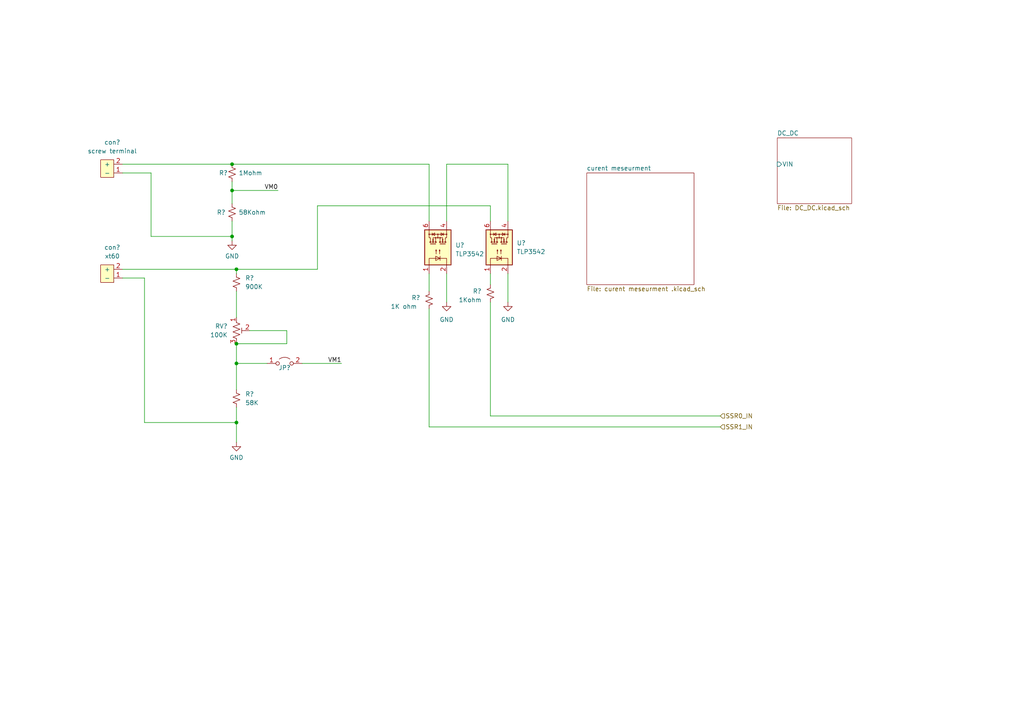
<source format=kicad_sch>
(kicad_sch (version 20210621) (generator eeschema)
  (paper "A4")
  (lib_symbols
    (symbol "Device:R_Potentiometer_Trim_US" (pin_names (offset 1.016) hide)
      (property "Reference" "RV" (at -4.445 0 90))
      (property "Value" "R_Potentiometer_Trim_US" (at -2.54 0 90))
      (symbol "R_Potentiometer_Trim_US_0_1"
        (polyline (pts (xy 0 -2.286) (xy 0 -2.54)))
        (polyline (pts (xy 0 2.286) (xy 0 2.54)))
        (polyline (pts (xy 1.524 0.762) (xy 1.524 -0.762)))
        (polyline (pts (xy 2.54 0) (xy 1.524 0)))
        (polyline (pts (xy 0 -0.762) (xy 1.016 -1.143) (xy 0 -1.524) (xy -1.016 -1.905) (xy 0 -2.286)))
        (polyline (pts (xy 0 0.762) (xy 1.016 0.381) (xy 0 0) (xy -1.016 -0.381) (xy 0 -0.762)))
        (polyline (pts (xy 0 2.286) (xy 1.016 1.905) (xy 0 1.524) (xy -1.016 1.143) (xy 0 0.762)))
      )
      (symbol "R_Potentiometer_Trim_US_1_1"
        (pin passive line (at 0 3.81 270) (length 1.27) (name "1") (number "1"))
        (pin passive line (at 3.81 0 180) (length 1.27) (name "2") (number "2"))
        (pin passive line (at 0 -3.81 90) (length 1.27) (name "3") (number "3"))
      )
    )
    (symbol "Device:R_Small_US" (pin_numbers hide) (pin_names (offset 0.254) hide)
      (property "Reference" "R" (at 0.762 0.508 0))
      (property "Value" "R_Small_US" (at 0.762 -1.016 0))
      (symbol "R_Small_US_1_1"
        (polyline (pts (xy 0 0) (xy 1.016 -0.381) (xy 0 -0.762) (xy -1.016 -1.143) (xy 0 -1.524)))
        (polyline (pts (xy 0 1.524) (xy 1.016 1.143) (xy 0 0.762) (xy -1.016 0.381) (xy 0 0)))
        (pin passive line (at 0 2.54 270) (length 1.016) (name "~") (number "1"))
        (pin passive line (at 0 -2.54 90) (length 1.016) (name "~") (number "2"))
      )
    )
    (symbol "Jumper:Jumper_2_Open" (pin_names (offset 0) hide)
      (property "Reference" "JP" (at 0 2.794 0))
      (property "Value" "Jumper_2_Open" (at 0 -2.286 0))
      (symbol "Jumper_2_Open_0_0"
        (circle (center -2.032 0) (radius 0.508))
        (circle (center 2.032 0) (radius 0.508))
      )
      (symbol "Jumper_2_Open_0_1"
        (arc (start -1.524 1.27) (end 1.524 1.27) (radius (at 0 -0.762) (length 2.54) (angles 126.9 53.1)))
      )
      (symbol "Jumper_2_Open_1_1"
        (pin passive line (at -5.08 0 0) (length 2.54) (name "A") (number "1"))
        (pin passive line (at 5.08 0 180) (length 2.54) (name "B") (number "2"))
      )
    )
    (symbol "Relay_SolidState:TLP3542"
      (property "Reference" "U" (at -3.81 5.08 0))
      (property "Value" "TLP3542" (at -1.27 -5.08 0))
      (symbol "TLP3542_0_1"
        (circle (center 2.794 -0.635) (radius 0.127))
        (circle (center 2.794 0) (radius 0.127))
        (circle (center 2.794 0.635) (radius 0.127))
        (circle (center 3.81 -2.54) (radius 0.127))
        (circle (center 3.81 0) (radius 0.127))
        (circle (center 3.81 2.54) (radius 0.127))
        (rectangle (start -5.08 3.81) (end 5.08 -3.81) (stroke (width 0.254)) (fill (type background)))
        (polyline (pts (xy -3.81 -0.635) (xy -2.54 -0.635)))
        (polyline (pts (xy 1.016 -0.635) (xy 1.016 -2.159)) (stroke (width 0.2032)))
        (polyline (pts (xy 1.016 2.159) (xy 1.016 0.635)) (stroke (width 0.2032)))
        (polyline (pts (xy 1.524 -0.508) (xy 1.524 -0.762)) (stroke (width 0.3556)))
        (polyline (pts (xy 2.794 0) (xy 3.81 0)))
        (polyline (pts (xy 3.429 -1.651) (xy 4.191 -1.651)))
        (polyline (pts (xy 3.429 1.651) (xy 4.191 1.651)))
        (polyline (pts (xy 3.81 -2.54) (xy 3.81 2.54)))
        (polyline (pts (xy 1.524 -2.032) (xy 1.524 -2.286) (xy 1.524 -2.286)) (stroke (width 0.3556)))
        (polyline (pts (xy 1.524 -1.27) (xy 1.524 -1.524) (xy 1.524 -1.524)) (stroke (width 0.3556)))
        (polyline (pts (xy 1.524 0.762) (xy 1.524 0.508) (xy 1.524 0.508)) (stroke (width 0.3556)))
        (polyline (pts (xy 1.524 1.524) (xy 1.524 1.27) (xy 1.524 1.27)) (stroke (width 0.3556)))
        (polyline (pts (xy 1.524 2.286) (xy 1.524 2.032) (xy 1.524 2.032)) (stroke (width 0.3556)))
        (polyline (pts (xy 1.651 -1.397) (xy 2.794 -1.397) (xy 2.794 -0.635)))
        (polyline (pts (xy 1.651 1.397) (xy 2.794 1.397) (xy 2.794 0.635)))
        (polyline (pts (xy -5.08 2.54) (xy -3.175 2.54) (xy -3.175 -2.54) (xy -5.08 -2.54)))
        (polyline (pts (xy -3.175 -0.635) (xy -3.81 0.635) (xy -2.54 0.635) (xy -3.175 -0.635)))
        (polyline (pts (xy 1.651 -2.159) (xy 2.794 -2.159) (xy 2.794 -2.54) (xy 5.08 -2.54)))
        (polyline (pts (xy 1.651 -0.635) (xy 2.794 -0.635) (xy 2.794 0.635) (xy 1.651 0.635)))
        (polyline (pts (xy 1.651 2.159) (xy 2.794 2.159) (xy 2.794 2.54) (xy 5.08 2.54)))
        (polyline (pts (xy 1.778 -1.397) (xy 2.286 -1.27) (xy 2.286 -1.524) (xy 1.778 -1.397)))
        (polyline (pts (xy 1.778 1.397) (xy 2.286 1.524) (xy 2.286 1.27) (xy 1.778 1.397)))
        (polyline (pts (xy 3.81 -1.651) (xy 3.429 -0.889) (xy 4.191 -0.889) (xy 3.81 -1.651)))
        (polyline (pts (xy 3.81 1.651) (xy 3.429 0.889) (xy 4.191 0.889) (xy 3.81 1.651)))
        (polyline (pts (xy -1.905 -0.508) (xy -0.635 -0.508) (xy -1.016 -0.635) (xy -1.016 -0.381) (xy -0.635 -0.508)))
        (polyline (pts (xy -1.905 0.508) (xy -0.635 0.508) (xy -1.016 0.381) (xy -1.016 0.635) (xy -0.635 0.508)))
      )
      (symbol "TLP3542_1_1"
        (pin passive line (at -7.62 2.54 0) (length 2.54) (name "~") (number "1"))
        (pin passive line (at -7.62 -2.54 0) (length 2.54) (name "~") (number "2"))
        (pin no_connect line (at -5.08 0 0) (length 2.54) hide (name "~") (number "3"))
        (pin passive line (at 7.62 -2.54 180) (length 2.54) (name "~") (number "4"))
        (pin passive line (at 7.62 2.54 180) (length 2.54) (name "~") (number "6"))
      )
    )
    (symbol "conectors:battery_con" (pin_names (offset 1.016))
      (property "Reference" "con" (at 0 3.81 0))
      (property "Value" "battery_con" (at 3.81 2.54 90))
      (symbol "battery_con_1_1"
        (rectangle (start -1.27 2.54) (end 2.54 -2.54) (fill (type background)))
        (pin unspecified line (at -3.81 -1.27 0) (length 2.54) (name "-") (number "1"))
        (pin unspecified line (at -3.81 1.27 0) (length 2.54) (name "+") (number "2"))
      )
    )
    (symbol "power:GND" (power) (pin_names (offset 0))
      (property "Value" "GND" (at 0 -3.81 0))
      (symbol "GND_0_1"
        (polyline (pts (xy 0 0) (xy 0 -1.27) (xy 1.27 -1.27) (xy 0 -2.54) (xy -1.27 -1.27) (xy 0 -1.27)))
      )
      (symbol "GND_1_1"
        (pin power_in line (at 0 0 270) (length 0) hide (name "GND") (number "1"))
      )
    )
  )
  (junction (at 67.31 47.625) (diameter 0.9144))
  (junction (at 67.31 55.245) (diameter 0.9144))
  (junction (at 67.31 68.58) (diameter 0.9144))
  (junction (at 68.58 78.105) (diameter 0.9144))
  (junction (at 68.58 99.695) (diameter 0.9144))
  (junction (at 68.58 105.41) (diameter 0.9144))
  (junction (at 68.58 122.555) (diameter 0.9144))
  (wire (pts (xy 35.56 47.625) (xy 67.31 47.625)))
  (wire (pts (xy 35.56 78.105) (xy 68.58 78.105)))
  (wire (pts (xy 35.56 80.645) (xy 41.91 80.645)))
  (wire (pts (xy 41.91 80.645) (xy 41.91 122.555)))
  (wire (pts (xy 41.91 122.555) (xy 68.58 122.555)))
  (wire (pts (xy 43.815 50.165) (xy 35.56 50.165)))
  (wire (pts (xy 43.815 68.58) (xy 43.815 50.165)))
  (wire (pts (xy 67.31 47.625) (xy 124.46 47.625)))
  (wire (pts (xy 67.31 52.705) (xy 67.31 55.245)))
  (wire (pts (xy 67.31 55.245) (xy 67.31 59.055)))
  (wire (pts (xy 67.31 64.135) (xy 67.31 68.58)))
  (wire (pts (xy 67.31 68.58) (xy 43.815 68.58)))
  (wire (pts (xy 67.31 68.58) (xy 67.31 69.85)))
  (wire (pts (xy 68.58 78.105) (xy 68.58 79.375)))
  (wire (pts (xy 68.58 78.105) (xy 92.075 78.105)))
  (wire (pts (xy 68.58 84.455) (xy 68.58 92.075)))
  (wire (pts (xy 68.58 99.695) (xy 68.58 105.41)))
  (wire (pts (xy 68.58 105.41) (xy 68.58 113.03)))
  (wire (pts (xy 68.58 105.41) (xy 77.47 105.41)))
  (wire (pts (xy 68.58 118.11) (xy 68.58 122.555)))
  (wire (pts (xy 68.58 122.555) (xy 68.58 128.27)))
  (wire (pts (xy 72.39 95.885) (xy 83.185 95.885)))
  (wire (pts (xy 80.645 55.245) (xy 67.31 55.245)))
  (wire (pts (xy 83.185 95.885) (xy 83.185 99.695)))
  (wire (pts (xy 83.185 99.695) (xy 68.58 99.695)))
  (wire (pts (xy 87.63 105.41) (xy 99.06 105.41)))
  (wire (pts (xy 92.075 59.69) (xy 142.24 59.69)))
  (wire (pts (xy 92.075 78.105) (xy 92.075 59.69)))
  (wire (pts (xy 124.46 47.625) (xy 124.46 64.135)))
  (wire (pts (xy 124.46 79.375) (xy 124.46 84.455)))
  (wire (pts (xy 124.46 89.535) (xy 124.46 123.825)))
  (wire (pts (xy 124.46 123.825) (xy 208.915 123.825)))
  (wire (pts (xy 129.54 47.625) (xy 147.32 47.625)))
  (wire (pts (xy 129.54 64.135) (xy 129.54 47.625)))
  (wire (pts (xy 129.54 79.375) (xy 129.54 87.63)))
  (wire (pts (xy 142.24 59.69) (xy 142.24 64.135)))
  (wire (pts (xy 142.24 79.375) (xy 142.24 82.55)))
  (wire (pts (xy 142.24 120.65) (xy 142.24 87.63)))
  (wire (pts (xy 147.32 47.625) (xy 147.32 64.135)))
  (wire (pts (xy 147.32 79.375) (xy 147.32 87.63)))
  (wire (pts (xy 208.915 120.65) (xy 142.24 120.65)))
  (label "VM0" (at 80.645 55.245 180))
  (label "VM1" (at 99.06 105.41 180))
  (hierarchical_label "SSR0_IN" (shape input) (at 208.915 120.65 0))
  (hierarchical_label "SSR1_IN" (shape input) (at 208.915 123.825 0))
  (symbol (lib_id "power:GND") (at 67.31 69.85 0) (mirror y) (unit 1)
    (property "Reference" "#PWR?" (effects hide))
    (property "Value" "GND" (at 67.31 74.295 0))
  )
  (symbol (lib_id "power:GND") (at 68.58 128.27 0) (unit 1)
    (property "Reference" "#PWR?" (effects hide))
    (property "Value" "GND" (at 68.58 132.715 0))
  )
  (symbol (lib_id "power:GND") (at 129.54 87.63 0) (unit 1)
    (property "Reference" "#PWR?" (effects hide))
    (property "Value" "GND" (at 129.54 92.71 0))
  )
  (symbol (lib_id "power:GND") (at 147.32 87.63 0) (unit 1)
    (property "Reference" "#PWR?" (effects hide))
    (property "Value" "GND" (at 147.32 92.71 0))
  )
  (symbol (lib_id "Device:R_Small_US") (at 67.31 50.165 0) (unit 1)
    (property "Reference" "R?" (at 63.5 50.1649 0) (effects (justify left)))
    (property "Value" "1Mohm" (at 69.215 50.1649 0) (effects (justify left)))
    (property "Footprint" "vanalles:0603" (effects hide))
  )
  (symbol (lib_id "Device:R_Small_US") (at 67.31 61.595 0) (unit 1)
    (property "Reference" "R?" (at 62.865 61.5949 0) (effects (justify left)))
    (property "Value" "58Kohm" (at 69.215 61.5949 0) (effects (justify left)))
    (property "Footprint" "vanalles:0603" (effects hide))
  )
  (symbol (lib_id "Device:R_Small_US") (at 68.58 81.915 0) (unit 1)
    (property "Reference" "R?" (at 71.12 80.6449 0) (effects (justify left)))
    (property "Value" "900K" (at 71.12 83.1849 0) (effects (justify left)))
    (property "Footprint" "vanalles:0603" (effects hide))
  )
  (symbol (lib_id "Device:R_Small_US") (at 68.58 115.57 0) (unit 1)
    (property "Reference" "R?" (at 71.12 114.2999 0) (effects (justify left)))
    (property "Value" "58K" (at 71.12 116.8399 0) (effects (justify left)))
    (property "Footprint" "vanalles:0603" (effects hide))
  )
  (symbol (lib_id "Device:R_Small_US") (at 124.46 86.995 0) (mirror x) (unit 1)
    (property "Reference" "R?" (at 121.92 86.3599 0) (effects (justify right)))
    (property "Value" "1K ohm " (at 121.92 88.8999 0) (effects (justify right)))
    (property "Footprint" "vanalles:0603" (effects hide))
  )
  (symbol (lib_id "Device:R_Small_US") (at 142.24 85.09 0) (mirror x) (unit 1)
    (property "Reference" "R?" (at 139.7 84.4549 0) (effects (justify right)))
    (property "Value" "1Kohm" (at 139.7 86.9949 0) (effects (justify right)))
    (property "Footprint" "vanalles:0603" (effects hide))
  )
  (symbol (lib_id "Jumper:Jumper_2_Open") (at 82.55 105.41 0) (unit 1)
    (property "Reference" "JP?" (at 82.55 106.68 0))
    (property "Value" "Jumper_2_Open" (effects hide))
    (property "Footprint" "vanalles:SolderJumper-2_P1.3mm_Open_Pad1.0x1.5mm" (effects hide))
  )
  (symbol (lib_id "conectors:battery_con") (at 31.75 48.895 0) (mirror y) (unit 1)
    (property "Reference" "con?" (at 32.5755 41.275 0))
    (property "Value" "screw terminal" (at 32.5755 43.815 0))
    (property "Footprint" "connectors_user:2pin_screw" (effects hide))
  )
  (symbol (lib_id "conectors:battery_con") (at 31.75 79.375 0) (mirror y) (unit 1)
    (property "Reference" "con?" (at 32.5755 71.755 0))
    (property "Value" "xt60" (at 32.5755 74.295 0))
    (property "Footprint" "connectors_user:AMASS_XT60PW-F" (effects hide))
  )
  (symbol (lib_id "Device:R_Potentiometer_Trim_US") (at 68.58 95.885 0) (unit 1)
    (property "Reference" "RV?" (at 66.04 94.6149 0) (effects (justify right)))
    (property "Value" "100K" (at 66.04 97.1549 0) (effects (justify right)))
    (property "Footprint" "vanalles:3314G-1-201E bourns trimmer" (effects hide))
  )
  (symbol (lib_id "Relay_SolidState:TLP3542") (at 127 71.755 90) (unit 1)
    (property "Reference" "U?" (at 132.08 71.1199 90) (effects (justify right)))
    (property "Value" "TLP3542" (at 132.08 73.6599 90) (effects (justify right)))
    (property "Footprint" "halfgeleiders:TLP3542" (effects hide))
    (property "Datasheet" "https://toshiba.semicon-storage.com/info/docget.jsp?did=1284&prodName=TLP3542" (effects hide))
  )
  (symbol (lib_id "Relay_SolidState:TLP3542") (at 144.78 71.755 90) (unit 1)
    (property "Reference" "U?" (at 149.86 70.4849 90) (effects (justify right)))
    (property "Value" "TLP3542" (at 149.86 73.0249 90) (effects (justify right)))
    (property "Footprint" "halfgeleiders:TLP3542" (effects hide))
    (property "Datasheet" "https://toshiba.semicon-storage.com/info/docget.jsp?did=1284&prodName=TLP3542" (effects hide))
  )
  (sheet (at 225.425 40.005) (size 21.59 19.05) (stroke (width 0.0006))
    (property "Sheet name" "DC_DC" (at 225.425 39.3693 0) (effects (justify left bottom)))
    (property "Sheet file" "DC_DC.kicad_sch" (at 225.425 59.5637 0) (effects (justify left top)))
    (pin "VIN" input (at 225.425 47.625 180))
  )
  (sheet (at 170.18 50.165) (size 31.115 32.385) (stroke (width 0.0006))
    (property "Sheet name" "curent meseurment " (at 170.18 49.5293 0) (effects (justify left bottom)))
    (property "Sheet file" "curent meseurment .kicad_sch" (at 170.18 83.0587 0) (effects (justify left top)))
  )
)
</source>
